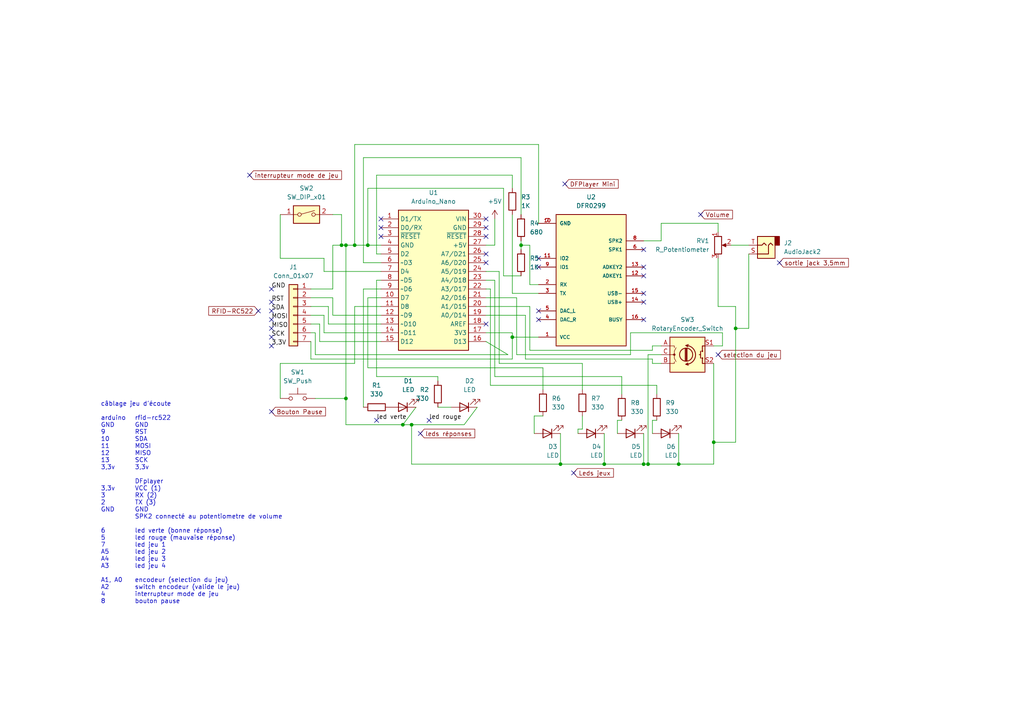
<source format=kicad_sch>
(kicad_sch (version 20211123) (generator eeschema)
  (paper "A4")
  (lib_symbols
    (symbol "Arduino:Arduino_Nano"
      (property "Reference" "U" (at -10.16 24.13 0))
      (property "Value" "Arduino_Nano" (at -10.16 22.86 0))
      (symbol "Arduino_Nano_0_1"
        (rectangle (start -10.16 20.32) (end 10.16 -20.32) (stroke (width 0.254)) (fill (type background)))
      )
      (symbol "Arduino_Nano_1_1"
        (pin bidirectional line (at -15.24 17.78 0) (length 5.08) (name "D1/TX") (number "1"))
        (pin bidirectional line (at -15.24 -5.08 0) (length 5.08) (name "D7") (number "10"))
        (pin bidirectional line (at -15.24 -7.62 0) (length 5.08) (name "D8") (number "11"))
        (pin bidirectional line (at -15.24 -10.16 0) (length 5.08) (name "~D9") (number "12"))
        (pin bidirectional line (at -15.24 -12.7 0) (length 5.08) (name "~D10") (number "13"))
        (pin bidirectional line (at -15.24 -15.24 0) (length 5.08) (name "~D11") (number "14"))
        (pin bidirectional line (at -15.24 -17.78 0) (length 5.08) (name "D12") (number "15"))
        (pin bidirectional line (at 15.24 -17.78 180) (length 5.08) (name "D13") (number "16"))
        (pin power_out line (at 15.24 -15.24 180) (length 5.08) (name "3V3") (number "17"))
        (pin input line (at 15.24 -12.7 180) (length 5.08) (name "AREF") (number "18"))
        (pin bidirectional line (at 15.24 -10.16 180) (length 5.08) (name "A0/D14") (number "19"))
        (pin bidirectional line (at -15.24 15.24 0) (length 5.08) (name "D0/RX") (number "2"))
        (pin bidirectional line (at 15.24 -7.62 180) (length 5.08) (name "A1/D15") (number "20"))
        (pin bidirectional line (at 15.24 -5.08 180) (length 5.08) (name "A2/D16") (number "21"))
        (pin bidirectional line (at 15.24 -2.54 180) (length 5.08) (name "A3/D17") (number "22"))
        (pin bidirectional line (at 15.24 0 180) (length 5.08) (name "A4/D18") (number "23"))
        (pin bidirectional line (at 15.24 2.54 180) (length 5.08) (name "A5/D19") (number "24"))
        (pin bidirectional line (at 15.24 5.08 180) (length 5.08) (name "A6/D20") (number "25"))
        (pin bidirectional line (at 15.24 7.62 180) (length 5.08) (name "A7/D21") (number "26"))
        (pin power_out line (at 15.24 10.16 180) (length 5.08) (name "+5V") (number "27"))
        (pin input line (at 15.24 12.7 180) (length 5.08) (name "~{RESET}") (number "28"))
        (pin power_in line (at 15.24 15.24 180) (length 5.08) (name "GND") (number "29"))
        (pin input line (at -15.24 12.7 0) (length 5.08) (name "~{RESET}") (number "3"))
        (pin power_in line (at 15.24 17.78 180) (length 5.08) (name "VIN") (number "30"))
        (pin power_in line (at -15.24 10.16 0) (length 5.08) (name "GND") (number "4"))
        (pin bidirectional line (at -15.24 7.62 0) (length 5.08) (name "D2") (number "5"))
        (pin bidirectional line (at -15.24 5.08 0) (length 5.08) (name "~D3") (number "6"))
        (pin bidirectional line (at -15.24 2.54 0) (length 5.08) (name "D4") (number "7"))
        (pin bidirectional line (at -15.24 0 0) (length 5.08) (name "~D5") (number "8"))
        (pin bidirectional line (at -15.24 -2.54 0) (length 5.08) (name "~D6") (number "9"))
      )
    )
    (symbol "Connector:AudioJack2"
      (property "Reference" "J" (at 0 8.89 0))
      (property "Value" "AudioJack2" (at 0 6.35 0))
      (symbol "AudioJack2_0_1"
        (rectangle (start -3.81 0) (end -2.54 -2.54) (stroke (width 0.254)) (fill (type outline)))
        (rectangle (start -2.54 3.81) (end 2.54 -2.54) (stroke (width 0.254)) (fill (type background)))
        (polyline (pts (xy 0 0) (xy 0.635 -0.635) (xy 1.27 0) (xy 2.54 0)) (stroke (width 0.254)))
        (polyline (pts (xy 2.54 2.54) (xy -0.635 2.54) (xy -0.635 0) (xy -1.27 -0.635) (xy -1.905 0)) (stroke (width 0.254)))
      )
      (symbol "AudioJack2_1_1"
        (pin passive line (at 5.08 2.54 180) (length 2.54) (name "~") (number "S"))
        (pin passive line (at 5.08 0 180) (length 2.54) (name "~") (number "T"))
      )
    )
    (symbol "Connector_Generic:Conn_01x07" (pin_names (offset 1.016) hide)
      (property "Reference" "J" (at 0 10.16 0))
      (property "Value" "Conn_01x07" (at 0 -10.16 0))
      (symbol "Conn_01x07_1_1"
        (rectangle (start -1.27 -7.493) (end 0 -7.747) (stroke (width 0.1524)))
        (rectangle (start -1.27 -4.953) (end 0 -5.207) (stroke (width 0.1524)))
        (rectangle (start -1.27 -2.413) (end 0 -2.667) (stroke (width 0.1524)))
        (rectangle (start -1.27 0.127) (end 0 -0.127) (stroke (width 0.1524)))
        (rectangle (start -1.27 2.667) (end 0 2.413) (stroke (width 0.1524)))
        (rectangle (start -1.27 5.207) (end 0 4.953) (stroke (width 0.1524)))
        (rectangle (start -1.27 7.747) (end 0 7.493) (stroke (width 0.1524)))
        (rectangle (start -1.27 8.89) (end 1.27 -8.89) (stroke (width 0.254)) (fill (type background)))
        (pin passive line (at -5.08 7.62 0) (length 3.81) (name "Pin_1") (number "1"))
        (pin passive line (at -5.08 5.08 0) (length 3.81) (name "Pin_2") (number "2"))
        (pin passive line (at -5.08 2.54 0) (length 3.81) (name "Pin_3") (number "3"))
        (pin passive line (at -5.08 0 0) (length 3.81) (name "Pin_4") (number "4"))
        (pin passive line (at -5.08 -2.54 0) (length 3.81) (name "Pin_5") (number "5"))
        (pin passive line (at -5.08 -5.08 0) (length 3.81) (name "Pin_6") (number "6"))
        (pin passive line (at -5.08 -7.62 0) (length 3.81) (name "Pin_7") (number "7"))
      )
    )
    (symbol "Device:LED" (pin_numbers hide) (pin_names (offset 1.016) hide)
      (property "Reference" "D" (at 0 2.54 0))
      (property "Value" "LED" (at 0 -2.54 0))
      (symbol "LED_0_1"
        (polyline (pts (xy -1.27 -1.27) (xy -1.27 1.27)) (stroke (width 0.254)))
        (polyline (pts (xy -1.27 0) (xy 1.27 0)))
        (polyline (pts (xy 1.27 -1.27) (xy 1.27 1.27) (xy -1.27 0) (xy 1.27 -1.27)) (stroke (width 0.254)))
        (polyline (pts (xy -3.048 -0.762) (xy -4.572 -2.286) (xy -3.81 -2.286) (xy -4.572 -2.286) (xy -4.572 -1.524)))
        (polyline (pts (xy -1.778 -0.762) (xy -3.302 -2.286) (xy -2.54 -2.286) (xy -3.302 -2.286) (xy -3.302 -1.524)))
      )
      (symbol "LED_1_1"
        (pin passive line (at -3.81 0 0) (length 2.54) (name "K") (number "1"))
        (pin passive line (at 3.81 0 180) (length 2.54) (name "A") (number "2"))
      )
    )
    (symbol "Device:R" (pin_numbers hide) (pin_names (offset 0))
      (property "Reference" "R" (at 2.032 0 90))
      (property "Value" "R" (at 0 0 90))
      (symbol "R_0_1"
        (rectangle (start -1.016 -2.54) (end 1.016 2.54) (stroke (width 0.254)))
      )
      (symbol "R_1_1"
        (pin passive line (at 0 3.81 270) (length 1.27) (name "~") (number "1"))
        (pin passive line (at 0 -3.81 90) (length 1.27) (name "~") (number "2"))
      )
    )
    (symbol "Device:R_Potentiometer" (pin_names (offset 1.016) hide)
      (property "Reference" "RV" (at -4.445 0 90))
      (property "Value" "R_Potentiometer" (at -2.54 0 90))
      (symbol "R_Potentiometer_0_1"
        (polyline (pts (xy 2.54 0) (xy 1.524 0)))
        (polyline (pts (xy 1.143 0) (xy 2.286 0.508) (xy 2.286 -0.508) (xy 1.143 0)) (fill (type outline)))
        (rectangle (start 1.016 2.54) (end -1.016 -2.54) (stroke (width 0.254)))
      )
      (symbol "R_Potentiometer_1_1"
        (pin passive line (at 0 3.81 270) (length 1.27) (name "1") (number "1"))
        (pin passive line (at 3.81 0 180) (length 1.27) (name "2") (number "2"))
        (pin passive line (at 0 -3.81 90) (length 1.27) (name "3") (number "3"))
      )
    )
    (symbol "Device:RotaryEncoder_Switch" (pin_names (offset 0.254) hide)
      (property "Reference" "SW" (at 0 6.604 0))
      (property "Value" "RotaryEncoder_Switch" (at 0 -6.604 0))
      (symbol "RotaryEncoder_Switch_0_1"
        (rectangle (start -5.08 5.08) (end 5.08 -5.08) (stroke (width 0.254)) (fill (type background)))
        (circle (center -3.81 0) (radius 0.254) (fill (type outline)))
        (arc (start -0.381 -2.794) (mid 2.3622 -0.0635) (end -0.381 2.667) (stroke (width 0.254)))
        (circle (center -0.381 0) (radius 1.905) (stroke (width 0.254)))
        (polyline (pts (xy -0.635 -1.778) (xy -0.635 1.778)) (stroke (width 0.254)))
        (polyline (pts (xy -0.381 -1.778) (xy -0.381 1.778)) (stroke (width 0.254)))
        (polyline (pts (xy -0.127 1.778) (xy -0.127 -1.778)) (stroke (width 0.254)))
        (polyline (pts (xy 3.81 0) (xy 3.429 0)) (stroke (width 0.254)))
        (polyline (pts (xy 3.81 1.016) (xy 3.81 -1.016)) (stroke (width 0.254)))
        (polyline (pts (xy -5.08 -2.54) (xy -3.81 -2.54) (xy -3.81 -2.032)))
        (polyline (pts (xy -5.08 2.54) (xy -3.81 2.54) (xy -3.81 2.032)))
        (polyline (pts (xy 0.254 -3.048) (xy -0.508 -2.794) (xy 0.127 -2.413)) (stroke (width 0.254)))
        (polyline (pts (xy 0.254 2.921) (xy -0.508 2.667) (xy 0.127 2.286)) (stroke (width 0.254)))
        (polyline (pts (xy 5.08 -2.54) (xy 4.318 -2.54) (xy 4.318 -1.016)) (stroke (width 0.254)))
        (polyline (pts (xy 5.08 2.54) (xy 4.318 2.54) (xy 4.318 1.016)) (stroke (width 0.254)))
        (polyline (pts (xy -5.08 0) (xy -3.81 0) (xy -3.81 -1.016) (xy -3.302 -2.032)))
        (polyline (pts (xy -4.318 0) (xy -3.81 0) (xy -3.81 1.016) (xy -3.302 2.032)))
        (circle (center 4.318 -1.016) (radius 0.127) (stroke (width 0.254)))
        (circle (center 4.318 1.016) (radius 0.127) (stroke (width 0.254)))
      )
      (symbol "RotaryEncoder_Switch_1_1"
        (pin passive line (at -7.62 2.54 0) (length 2.54) (name "A") (number "A"))
        (pin passive line (at -7.62 -2.54 0) (length 2.54) (name "B") (number "B"))
        (pin passive line (at -7.62 0 0) (length 2.54) (name "C") (number "C"))
        (pin passive line (at 7.62 2.54 180) (length 2.54) (name "S1") (number "S1"))
        (pin passive line (at 7.62 -2.54 180) (length 2.54) (name "S2") (number "S2"))
      )
    )
    (symbol "Switch:SW_DIP_x01" (pin_names (offset 0) hide)
      (property "Reference" "SW" (at 0 3.81 0))
      (property "Value" "SW_DIP_x01" (at 0 -3.81 0))
      (symbol "SW_DIP_x01_0_0"
        (circle (center -2.032 0) (radius 0.508))
        (polyline (pts (xy -1.524 0.127) (xy 2.3622 1.1684)))
        (circle (center 2.032 0) (radius 0.508))
      )
      (symbol "SW_DIP_x01_0_1"
        (rectangle (start -3.81 2.54) (end 3.81 -2.54) (stroke (width 0.254)) (fill (type background)))
      )
      (symbol "SW_DIP_x01_1_1"
        (pin passive line (at -7.62 0 0) (length 5.08) (name "~") (number "1"))
        (pin passive line (at 7.62 0 180) (length 5.08) (name "~") (number "2"))
      )
    )
    (symbol "Switch:SW_Push" (pin_numbers hide) (pin_names (offset 1.016) hide)
      (property "Reference" "SW" (at 1.27 2.54 0))
      (property "Value" "SW_Push" (at 0 -1.524 0))
      (symbol "SW_Push_0_1"
        (circle (center -2.032 0) (radius 0.508))
        (polyline (pts (xy 0 1.27) (xy 0 3.048)))
        (polyline (pts (xy 2.54 1.27) (xy -2.54 1.27)))
        (circle (center 2.032 0) (radius 0.508))
        (pin passive line (at -5.08 0 0) (length 2.54) (name "1") (number "1"))
        (pin passive line (at 5.08 0 180) (length 2.54) (name "2") (number "2"))
      )
    )
    (symbol "dfplayer:DFR0299" (pin_names (offset 1.016))
      (property "Reference" "U" (at -10.16 18.542 0))
      (property "Value" "DFR0299" (at -10.16 -22.86 0))
      (symbol "DFR0299_0_0"
        (rectangle (start -10.16 -20.32) (end 10.16 17.78) (stroke (width 0.254)) (fill (type background)))
        (pin power_in line (at 15.24 15.24 180) (length 5.08) (name "VCC") (number "1"))
        (pin power_in line (at 15.24 -17.78 180) (length 5.08) (name "GND") (number "10"))
        (pin bidirectional line (at 15.24 -7.62 180) (length 5.08) (name "IO2") (number "11"))
        (pin input line (at -15.24 -2.54 0) (length 5.08) (name "ADKEY1") (number "12"))
        (pin input line (at -15.24 -5.08 0) (length 5.08) (name "ADKEY2") (number "13"))
        (pin input line (at -15.24 5.08 0) (length 5.08) (name "USB+") (number "14"))
        (pin input line (at -15.24 2.54 0) (length 5.08) (name "USB-") (number "15"))
        (pin input line (at -15.24 10.16 0) (length 5.08) (name "BUSY") (number "16"))
        (pin input line (at 15.24 0 180) (length 5.08) (name "RX") (number "2"))
        (pin output line (at 15.24 2.54 180) (length 5.08) (name "TX") (number "3"))
        (pin output line (at 15.24 10.16 180) (length 5.08) (name "DAC_R") (number "4"))
        (pin output line (at 15.24 7.62 180) (length 5.08) (name "DAC_L") (number "5"))
        (pin passive line (at -15.24 -10.16 0) (length 5.08) (name "SPK1") (number "6"))
        (pin power_in line (at 15.24 -17.78 180) (length 5.08) (name "GND") (number "7"))
        (pin passive line (at -15.24 -12.7 0) (length 5.08) (name "SPK2") (number "8"))
        (pin bidirectional line (at 15.24 -5.08 180) (length 5.08) (name "IO1") (number "9"))
      )
    )
    (symbol "power:+5V" (power) (pin_names (offset 0))
      (property "Value" "+5V" (at 0 3.556 0))
      (symbol "+5V_0_1"
        (polyline (pts (xy -0.762 1.27) (xy 0 2.54)))
        (polyline (pts (xy 0 0) (xy 0 2.54)))
        (polyline (pts (xy 0 2.54) (xy 0.762 1.27)))
      )
      (symbol "+5V_1_1"
        (pin power_in line (at 0 0 90) (length 0) hide (name "+5V") (number "1"))
      )
    )
  )
  (junction (at 100.33 115.57))
  (junction (at 102.87 71.12))
  (junction (at 196.85 134.62))
  (junction (at 186.69 134.62))
  (junction (at 100.33 71.12))
  (junction (at 151.13 71.12))
  (junction (at 162.56 134.62))
  (junction (at 187.96 134.62))
  (junction (at 213.36 95.25))
  (junction (at 106.68 71.12))
  (junction (at 148.59 97.79))
  (junction (at 207.01 128.27))
  (junction (at 119.38 123.19))
  (junction (at 116.84 123.19))
  (junction (at 99.06 71.12))
  (junction (at 175.26 134.62))
  (no_connect (at 166.37 137.16))
  (no_connect (at 124.46 121.92))
  (no_connect (at 109.22 121.92))
  (no_connect (at 121.92 125.73))
  (no_connect (at 203.2 62.23))
  (no_connect (at 163.83 53.34))
  (no_connect (at 226.06 76.2))
  (no_connect (at 208.28 102.87))
  (no_connect (at 72.39 50.8))
  (no_connect (at 78.74 97.79))
  (no_connect (at 74.93 90.17))
  (no_connect (at 78.74 83.82))
  (no_connect (at 78.74 87.63))
  (no_connect (at 78.74 90.17))
  (no_connect (at 78.74 92.71))
  (no_connect (at 78.74 95.25))
  (no_connect (at 78.74 100.33))
  (no_connect (at 78.74 119.38))
  (no_connect (at 110.49 68.58))
  (no_connect (at 110.49 66.04))
  (no_connect (at 110.49 63.5))
  (no_connect (at 140.97 93.98))
  (no_connect (at 140.97 76.2))
  (no_connect (at 140.97 73.66))
  (no_connect (at 140.97 63.5))
  (no_connect (at 140.97 66.04))
  (no_connect (at 140.97 68.58))
  (no_connect (at 186.69 77.47))
  (no_connect (at 186.69 80.01))
  (no_connect (at 186.69 85.09))
  (no_connect (at 186.69 87.63))
  (no_connect (at 186.69 72.39))
  (no_connect (at 156.21 74.93))
  (no_connect (at 156.21 77.47))
  (no_connect (at 186.69 92.71))
  (no_connect (at 156.21 92.71))
  (no_connect (at 156.21 90.17))
  (wire (pts (xy 92.71 93.98) (xy 90.17 93.98)))
  (wire (pts (xy 127 109.22) (xy 127 110.49)))
  (wire (pts (xy 96.52 71.12) (xy 96.52 83.82)))
  (wire (pts (xy 189.23 104.14) (xy 189.23 105.41)))
  (wire (pts (xy 168.91 105.41) (xy 168.91 113.03)))
  (wire (pts (xy 208.28 64.77) (xy 208.28 67.31)))
  (wire (pts (xy 134.62 123.19) (xy 119.38 123.19)))
  (wire (pts (xy 182.88 96.52) (xy 182.88 102.87)))
  (wire (pts (xy 157.48 106.68) (xy 157.48 113.03)))
  (wire (pts (xy 119.38 123.19) (xy 116.84 123.19)))
  (wire (pts (xy 93.98 78.74) (xy 110.49 78.74)))
  (wire (pts (xy 102.87 105.41) (xy 102.87 88.9)))
  (wire (pts (xy 187.96 134.62) (xy 196.85 134.62)))
  (wire (pts (xy 142.24 111.76) (xy 190.5 111.76)))
  (wire (pts (xy 156.21 41.91) (xy 102.87 41.91)))
  (wire (pts (xy 102.87 71.12) (xy 100.33 71.12)))
  (wire (pts (xy 119.38 134.62) (xy 119.38 123.19)))
  (wire (pts (xy 207.01 100.33) (xy 209.55 100.33)))
  (wire (pts (xy 153.67 101.6) (xy 189.23 101.6)))
  (wire (pts (xy 110.49 71.12) (xy 106.68 71.12)))
  (wire (pts (xy 179.07 121.92) (xy 179.07 125.73)))
  (wire (pts (xy 93.98 91.44) (xy 90.17 91.44)))
  (wire (pts (xy 148.59 85.09) (xy 156.21 85.09)))
  (wire (pts (xy 144.78 78.74) (xy 144.78 105.41)))
  (wire (pts (xy 152.4 104.14) (xy 189.23 104.14)))
  (wire (pts (xy 106.68 71.12) (xy 102.87 71.12)))
  (wire (pts (xy 162.56 125.73) (xy 162.56 134.62)))
  (wire (pts (xy 182.88 102.87) (xy 149.86 102.87)))
  (wire (pts (xy 152.4 91.44) (xy 152.4 104.14)))
  (wire (pts (xy 151.13 69.85) (xy 151.13 71.12)))
  (wire (pts (xy 143.51 109.22) (xy 180.34 109.22)))
  (wire (pts (xy 140.97 88.9) (xy 153.67 88.9)))
  (wire (pts (xy 144.78 105.41) (xy 168.91 105.41)))
  (wire (pts (xy 140.97 71.12) (xy 143.51 71.12)))
  (wire (pts (xy 81.28 74.93) (xy 93.98 74.93)))
  (wire (pts (xy 208.28 74.93) (xy 208.28 88.9)))
  (wire (pts (xy 217.17 95.25) (xy 213.36 95.25)))
  (wire (pts (xy 168.91 124.46) (xy 167.64 124.46)))
  (wire (pts (xy 105.41 83.82) (xy 105.41 118.11)))
  (wire (pts (xy 148.59 62.23) (xy 148.59 85.09)))
  (wire (pts (xy 96.52 62.23) (xy 99.06 62.23)))
  (wire (pts (xy 96.52 86.36) (xy 90.17 86.36)))
  (wire (pts (xy 168.91 120.65) (xy 168.91 124.46)))
  (wire (pts (xy 186.69 69.85) (xy 191.77 69.85)))
  (wire (pts (xy 187.96 102.87) (xy 187.96 134.62)))
  (wire (pts (xy 189.23 105.41) (xy 191.77 105.41)))
  (wire (pts (xy 148.59 97.79) (xy 156.21 97.79)))
  (wire (pts (xy 180.34 121.92) (xy 179.07 121.92)))
  (wire (pts (xy 156.21 64.77) (xy 156.21 41.91)))
  (wire (pts (xy 102.87 88.9) (xy 110.49 88.9)))
  (wire (pts (xy 186.69 125.73) (xy 186.69 134.62)))
  (wire (pts (xy 151.13 80.01) (xy 146.05 80.01)))
  (wire (pts (xy 95.25 88.9) (xy 90.17 88.9)))
  (wire (pts (xy 175.26 125.73) (xy 175.26 134.62)))
  (wire (pts (xy 191.77 102.87) (xy 187.96 102.87)))
  (wire (pts (xy 146.05 54.61) (xy 106.68 54.61)))
  (wire (pts (xy 106.68 54.61) (xy 106.68 71.12)))
  (wire (pts (xy 109.22 81.28) (xy 109.22 109.22)))
  (wire (pts (xy 110.49 81.28) (xy 109.22 81.28)))
  (wire (pts (xy 81.28 62.23) (xy 81.28 74.93)))
  (wire (pts (xy 156.21 82.55) (xy 153.67 82.55)))
  (wire (pts (xy 100.33 123.19) (xy 100.33 115.57)))
  (wire (pts (xy 154.94 120.65) (xy 154.94 125.73)))
  (wire (pts (xy 91.44 96.52) (xy 90.17 96.52)))
  (wire (pts (xy 191.77 64.77) (xy 208.28 64.77)))
  (wire (pts (xy 105.41 45.72) (xy 105.41 76.2)))
  (wire (pts (xy 109.22 109.22) (xy 127 109.22)))
  (wire (pts (xy 110.49 99.06) (xy 92.71 99.06)))
  (wire (pts (xy 148.59 96.52) (xy 148.59 97.79)))
  (wire (pts (xy 143.51 81.28) (xy 143.51 109.22)))
  (wire (pts (xy 92.71 99.06) (xy 92.71 93.98)))
  (wire (pts (xy 207.01 128.27) (xy 207.01 134.62)))
  (wire (pts (xy 191.77 69.85) (xy 191.77 64.77)))
  (wire (pts (xy 207.01 105.41) (xy 207.01 128.27)))
  (wire (pts (xy 217.17 73.66) (xy 217.17 95.25)))
  (wire (pts (xy 153.67 82.55) (xy 153.67 71.12)))
  (wire (pts (xy 102.87 41.91) (xy 102.87 71.12)))
  (wire (pts (xy 110.49 93.98) (xy 95.25 93.98)))
  (wire (pts (xy 147.32 102.87) (xy 91.44 102.87)))
  (wire (pts (xy 213.36 128.27) (xy 207.01 128.27)))
  (wire (pts (xy 99.06 62.23) (xy 99.06 71.12)))
  (wire (pts (xy 93.98 96.52) (xy 93.98 91.44)))
  (wire (pts (xy 190.5 111.76) (xy 190.5 114.3)))
  (wire (pts (xy 120.65 118.11) (xy 116.84 123.19)))
  (wire (pts (xy 162.56 134.62) (xy 175.26 134.62)))
  (wire (pts (xy 96.52 83.82) (xy 90.17 83.82)))
  (wire (pts (xy 149.86 102.87) (xy 149.86 86.36)))
  (wire (pts (xy 149.86 86.36) (xy 140.97 86.36)))
  (wire (pts (xy 151.13 45.72) (xy 151.13 62.23)))
  (wire (pts (xy 151.13 71.12) (xy 151.13 72.39)))
  (wire (pts (xy 209.55 100.33) (xy 209.55 96.52)))
  (wire (pts (xy 99.06 71.12) (xy 96.52 71.12)))
  (wire (pts (xy 186.69 134.62) (xy 187.96 134.62)))
  (wire (pts (xy 213.36 88.9) (xy 213.36 95.25)))
  (wire (pts (xy 196.85 134.62) (xy 207.01 134.62)))
  (wire (pts (xy 140.97 96.52) (xy 148.59 96.52)))
  (wire (pts (xy 100.33 71.12) (xy 99.06 71.12)))
  (wire (pts (xy 140.97 91.44) (xy 152.4 91.44)))
  (wire (pts (xy 146.05 80.01) (xy 146.05 54.61)))
  (wire (pts (xy 142.24 83.82) (xy 142.24 111.76)))
  (wire (pts (xy 148.59 50.8) (xy 148.59 54.61)))
  (wire (pts (xy 95.25 93.98) (xy 95.25 88.9)))
  (wire (pts (xy 208.28 88.9) (xy 213.36 88.9)))
  (wire (pts (xy 96.52 91.44) (xy 96.52 86.36)))
  (wire (pts (xy 116.84 123.19) (xy 100.33 123.19)))
  (wire (pts (xy 175.26 134.62) (xy 186.69 134.62)))
  (wire (pts (xy 190.5 121.92) (xy 189.23 121.92)))
  (wire (pts (xy 196.85 125.73) (xy 196.85 134.62)))
  (wire (pts (xy 110.49 73.66) (xy 109.22 73.66)))
  (wire (pts (xy 110.49 86.36) (xy 106.68 86.36)))
  (wire (pts (xy 105.41 45.72) (xy 151.13 45.72)))
  (wire (pts (xy 157.48 120.65) (xy 154.94 120.65)))
  (wire (pts (xy 140.97 81.28) (xy 143.51 81.28)))
  (wire (pts (xy 140.97 99.06) (xy 147.32 102.87)))
  (wire (pts (xy 81.28 105.41) (xy 102.87 105.41)))
  (wire (pts (xy 148.59 97.79) (xy 148.59 104.14)))
  (wire (pts (xy 130.81 118.11) (xy 127 118.11)))
  (wire (pts (xy 90.17 104.14) (xy 90.17 99.06)))
  (wire (pts (xy 189.23 121.92) (xy 189.23 125.73)))
  (wire (pts (xy 91.44 115.57) (xy 100.33 115.57)))
  (wire (pts (xy 106.68 86.36) (xy 106.68 106.68)))
  (wire (pts (xy 100.33 115.57) (xy 100.33 71.12)))
  (wire (pts (xy 91.44 102.87) (xy 91.44 96.52)))
  (wire (pts (xy 110.49 83.82) (xy 105.41 83.82)))
  (wire (pts (xy 212.09 71.12) (xy 217.17 71.12)))
  (wire (pts (xy 151.13 71.12) (xy 153.67 71.12)))
  (wire (pts (xy 140.97 83.82) (xy 142.24 83.82)))
  (wire (pts (xy 110.49 76.2) (xy 105.41 76.2)))
  (wire (pts (xy 189.23 100.33) (xy 191.77 100.33)))
  (wire (pts (xy 153.67 88.9) (xy 153.67 101.6)))
  (wire (pts (xy 213.36 95.25) (xy 213.36 128.27)))
  (wire (pts (xy 148.59 104.14) (xy 90.17 104.14)))
  (wire (pts (xy 109.22 73.66) (xy 109.22 50.8)))
  (wire (pts (xy 140.97 78.74) (xy 144.78 78.74)))
  (wire (pts (xy 143.51 63.5) (xy 143.51 71.12)))
  (wire (pts (xy 162.56 134.62) (xy 119.38 134.62)))
  (wire (pts (xy 209.55 96.52) (xy 182.88 96.52)))
  (wire (pts (xy 138.43 118.11) (xy 134.62 123.19)))
  (wire (pts (xy 93.98 74.93) (xy 93.98 78.74)))
  (wire (pts (xy 109.22 50.8) (xy 148.59 50.8)))
  (wire (pts (xy 167.64 124.46) (xy 167.64 125.73)))
  (wire (pts (xy 189.23 101.6) (xy 189.23 100.33)))
  (wire (pts (xy 110.49 96.52) (xy 93.98 96.52)))
  (wire (pts (xy 110.49 91.44) (xy 96.52 91.44)))
  (wire (pts (xy 106.68 106.68) (xy 157.48 106.68)))
  (wire (pts (xy 180.34 109.22) (xy 180.34 114.3)))
  (wire (pts (xy 81.28 115.57) (xy 81.28 105.41)))
  (text "câblage jeu d'écoute\n\narduino	rfid-rc522\nGND		GND\n9		RST\n10		SDA\n11		MOSI\n12		MISO\n13		SCK\n3,3v	3,3v\n\n		DFplayer\n3,3v	VCC (1)\n3		RX (2)\n2		TX (3)\nGND		GND\n		SPK2 connecté au potentiometre de volume\n\n6		led verte (bonne réponse)\n5		led rouge (mauvaise réponse)\n7		led jeu 1\nA5		led jeu 2\nA4		led jeu 3\nA3		led jeu 4\n\nA1, A0	encodeur (selection du jeu)\nA2		switch encodeur (valide le jeu)\n4		interrupteur mode de jeu\n8		bouton pause\n" (at 29.21 175.26 0) (effects (font (size 1.27 1.27)) (justify left bottom)))
  (label "3,3V" (at 78.74 100.33 0))
  (label "MOSI" (at 78.74 92.71 0))
  (label "led rouge" (at 124.46 121.92 0))
  (label "MISO" (at 78.74 95.25 0))
  (label "GND" (at 78.74 83.82 0))
  (label "SDA" (at 78.74 90.17 0))
  (label "RST" (at 78.74 87.63 0))
  (label "SCK" (at 78.74 97.79 0))
  (label "led verte" (at 109.22 121.92 0))
  (global_label "Volume" (shape input) (at 203.2 62.23 0) (property "Références Inter-Feuilles" "${INTERSHEET_REFS}" (effects hide)))
  (global_label "Bouton Pause" (shape input) (at 78.74 119.38 0) (property "Références Inter-Feuilles" "${INTERSHEET_REFS}" (effects hide)))
  (global_label "interrupteur mode de jeu" (shape input) (at 72.39 50.8 0) (property "Références Inter-Feuilles" "${INTERSHEET_REFS}" (effects hide)))
  (global_label "selection du jeu" (shape input) (at 208.28 102.87 0) (property "Références Inter-Feuilles" "${INTERSHEET_REFS}" (effects hide)))
  (global_label "sortie jack 3,5mm" (shape input) (at 226.06 76.2 0) (property "Références Inter-Feuilles" "${INTERSHEET_REFS}" (effects hide)))
  (global_label "DFPlayer Mini" (shape input) (at 163.83 53.34 0) (property "Références Inter-Feuilles" "${INTERSHEET_REFS}" (effects hide)))
  (global_label "leds réponses" (shape input) (at 121.92 125.73 0) (property "Références Inter-Feuilles" "${INTERSHEET_REFS}" (effects hide)))
  (global_label "RFID-RC522" (shape input) (at 74.93 90.17 180) (property "Références Inter-Feuilles" "${INTERSHEET_REFS}" (effects hide)))
  (global_label "Leds jeux" (shape input) (at 166.37 137.16 0) (property "Références Inter-Feuilles" "${INTERSHEET_REFS}" (effects hide)))
  (symbol (lib_id "Device:R_Potentiometer") (at 208.28 71.12 0) (unit 1)
    (property "Reference" "RV1" (at 205.74 69.8499 0) (effects (justify right)))
    (property "Value" "R_Potentiometer" (at 205.74 72.3899 0) (effects (justify right)))
  )
  (symbol (lib_id "Device:LED") (at 158.75 125.73 180) (unit 1)
    (property "Reference" "D3" (at 160.3375 129.54 0))
    (property "Value" "LED" (at 160.3375 132.08 0))
  )
  (symbol (lib_id "Switch:SW_DIP_x01") (at 88.9 62.23 0) (unit 1)
    (property "Reference" "SW2" (at 88.9 54.61 0))
    (property "Value" "SW_DIP_x01" (at 88.9 57.15 0))
  )
  (symbol (lib_id "Connector_Generic:Conn_01x07") (at 85.09 91.44 0) (mirror y) (unit 1)
    (property "Reference" "J1" (at 85.09 77.47 0))
    (property "Value" "Conn_01x07" (at 85.09 80.01 0))
    (property "Reference" "J1" (effects hide))
    (property "Value" "Conn_01x07" (effects hide))
  )
  (symbol (lib_id "Device:R") (at 157.48 116.84 0) (unit 1)
    (property "Reference" "R6" (at 160.02 115.5699 0) (effects (justify left)))
    (property "Value" "330" (at 160.02 118.1099 0) (effects (justify left)))
  )
  (symbol (lib_id "Connector:AudioJack2") (at 222.25 71.12 180) (unit 1)
    (property "Reference" "J2" (at 227.33 70.4849 0) (effects (justify right)))
    (property "Value" "AudioJack2" (at 227.33 73.0249 0) (effects (justify right)))
  )
  (symbol (lib_id "Device:R") (at 151.13 66.04 0) (unit 1)
    (property "Reference" "R4" (at 153.67 64.7699 0) (effects (justify left)))
    (property "Value" "680" (at 153.67 67.3099 0) (effects (justify left)))
  )
  (symbol (lib_id "Device:R") (at 180.34 118.11 0) (unit 1)
    (property "Reference" "R8" (at 182.88 116.8399 0) (effects (justify left)))
    (property "Value" "330" (at 182.88 119.3799 0) (effects (justify left)))
  )
  (symbol (lib_id "Device:LED") (at 171.45 125.73 180) (unit 1)
    (property "Reference" "D4" (at 173.0375 129.54 0))
    (property "Value" "LED" (at 173.0375 132.08 0))
  )
  (symbol (lib_id "Device:LED") (at 193.04 125.73 180) (unit 1)
    (property "Reference" "D6" (at 194.6275 129.54 0))
    (property "Value" "LED" (at 194.6275 132.08 0))
  )
  (symbol (lib_id "Device:LED") (at 182.88 125.73 180) (unit 1)
    (property "Reference" "D5" (at 184.4675 129.54 0))
    (property "Value" "LED" (at 184.4675 132.08 0))
  )
  (symbol (lib_id "Device:R") (at 168.91 116.84 0) (unit 1)
    (property "Reference" "R7" (at 171.45 115.5699 0) (effects (justify left)))
    (property "Value" "330" (at 171.45 118.1099 0) (effects (justify left)))
  )
  (symbol (lib_id "Switch:SW_Push") (at 86.36 115.57 0) (unit 1)
    (property "Reference" "SW1" (at 86.36 107.95 0))
    (property "Value" "SW_Push" (at 86.36 110.49 0))
  )
  (symbol (lib_id "Device:LED") (at 116.84 118.11 180) (unit 1)
    (property "Reference" "D1" (at 118.4275 110.49 0))
    (property "Value" "LED" (at 118.4275 113.03 0))
  )
  (symbol (lib_id "Device:LED") (at 134.62 118.11 180) (unit 1)
    (property "Reference" "D2" (at 136.2075 110.49 0))
    (property "Value" "LED" (at 136.2075 113.03 0))
  )
  (symbol (lib_id "Device:R") (at 109.22 118.11 90) (unit 1)
    (property "Reference" "R1" (at 109.22 111.76 90))
    (property "Value" "330" (at 109.22 114.3 90))
  )
  (symbol (lib_id "Arduino:Arduino_Nano") (at 125.73 81.28 0) (unit 1)
    (property "Reference" "U1" (at 125.73 55.88 0))
    (property "Value" "Arduino_Nano" (at 125.73 58.42 0))
    (property "Footprint" "Arduino:Arduino_Nano" (effects hide))
    (property "Datasheet" "https://store.arduino.cc/usa/arduino-nano" (effects hide))
  )
  (symbol (lib_id "dfplayer:DFR0299") (at 171.45 82.55 180) (unit 1)
    (property "Reference" "U2" (at 171.45 57.15 0))
    (property "Value" "DFR0299" (at 171.45 59.69 0))
    (property "Footprint" "MODULE_DFR0299" (effects hide))
    (property "PACKAGE" "None" (effects hide))
    (property "MF" "DFRobot" (effects hide))
    (property "PRICE" "None" (effects hide))
    (property "AVAILABILITY" "Unavailable" (effects hide))
    (property "MP" "DFR0299" (effects hide))
    (property "DESCRIPTION" "Dfplayer - a Mini Mp3 Player" (effects hide))
  )
  (symbol (lib_id "Device:RotaryEncoder_Switch") (at 199.39 102.87 0) (unit 1)
    (property "Reference" "SW3" (at 199.39 92.71 0))
    (property "Value" "RotaryEncoder_Switch" (at 199.39 95.25 0))
  )
  (symbol (lib_id "power:+5V") (at 143.51 63.5 0) (unit 1)
    (property "Reference" "#PWR0101" (effects hide))
    (property "Value" "+5V" (at 143.51 58.42 0))
  )
  (symbol (lib_id "Device:R") (at 127 114.3 0) (unit 1)
    (property "Reference" "R2" (at 124.46 113.0299 0) (effects (justify right)))
    (property "Value" "330" (at 124.46 115.5699 0) (effects (justify right)))
  )
  (symbol (lib_id "Device:R") (at 151.13 76.2 0) (unit 1)
    (property "Reference" "R5" (at 153.67 74.9299 0) (effects (justify left)))
    (property "Value" "1K" (at 153.67 77.4699 0) (effects (justify left)))
  )
  (symbol (lib_id "Device:R") (at 148.59 58.42 0) (unit 1)
    (property "Reference" "R3" (at 151.13 57.1499 0) (effects (justify left)))
    (property "Value" "1K" (at 151.13 59.6899 0) (effects (justify left)))
  )
  (symbol (lib_id "Device:R") (at 190.5 118.11 0) (unit 1)
    (property "Reference" "R9" (at 193.04 116.8399 0) (effects (justify left)))
    (property "Value" "330" (at 193.04 119.3799 0) (effects (justify left)))
  )
)
</source>
